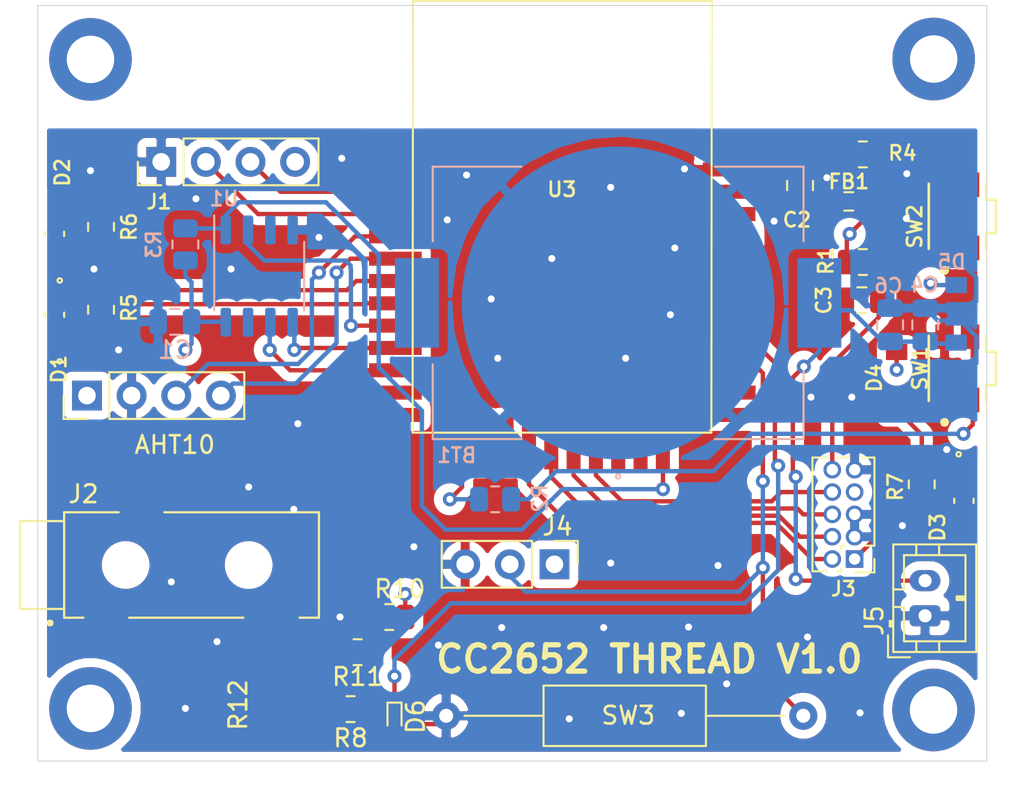
<source format=kicad_pcb>
(kicad_pcb (version 20211014) (generator pcbnew)
  (layers (0 "F.Cu" signal) (1 "In1.Cu" signal) (2 "In2.Cu" signal) (31 "B.Cu" signal) (34 "B.Paste" user) (35 "F.Paste" user) (36 "B.SilkS" user "B.Silkscreen") (37 "F.SilkS" user "F.Silkscreen") (38 "B.Mask" user) (39 "F.Mask" user) (44 "Edge.Cuts" user))
  (net 0 "")
  (net 1 "/XDS_RESET")
  (net 2 "GND")
  (net 3 "Net-(C2-Pad1)")
  (net 4 "Net-(R2-Pad2)")
  (net 5 "/SPI_SCLK")
  (net 6 "/SPI_MOSI")
  (net 7 "/XDS-TMS")
  (net 8 "/SPI_MISO")
  (net 9 "/FLASH_CS")
  (net 10 "/GLED")
  (net 11 "/XDS_TCK")
  (net 12 "/XDS_TDI")
  (net 13 "/SDA")
  (net 14 "/SCL")
  (net 15 "/UART_TXD")
  (net 16 "/UART_RXD")
  (net 17 "VDD")
  (net 18 "Net-(R2-Pad1)")
  (net 19 "Net-(R4-Pad1)")
  (net 20 "Net-(D1-Pad2)")
  (net 21 "Net-(D2-Pad2)")
  (net 22 "Net-(D3-Pad2)")
  (net 23 "VCC")
  (net 24 "/XDS_TDO")
  (net 25 "/DIO_23")
  (net 26 "/DIO_24")
  (net 27 "Net-(J2-Pad1)")
  (net 28 "Net-(J2-Pad2)")
  (net 29 "/VBAT")
  (net 30 "/BLED")
  (footprint "daughter_board:rf_star_cc2652" (layer "F.Cu") (at 132.08 102.87)
    (fp_text reference "U3" (at 0.74 -1.4) (layer "F.SilkS") (effects (font (size 0.82 0.82))))
    (fp_text value "CC2652")
    (pad "1" smd rect locked (at -8.73 -3.81 270) (size 0.8 3) (layers "F.Cu" "F.Paste" "F.Mask"))
    (pad "2" smd rect locked (at -8.73 -2.54 270) (size 0.8 3) (layers "F.Cu" "F.Paste" "F.Mask"))
    (pad "3" smd rect locked (at -8.73 -1.27 270) (size 0.8 3) (layers "F.Cu" "F.Paste" "F.Mask") (net 16 "/UART_RXD"))
    (pad "4" smd rect locked (at -8.73 0 270) (size 0.8 3) (layers "F.Cu" "F.Paste" "F.Mask") (net 15 "/UART_TXD"))
    (pad "5" smd rect locked (at -8.73 1.27 270) (size 0.8 3) (layers "F.Cu" "F.Paste" "F.Mask") (net 14 "/SCL"))
    (pad "6" smd rect locked (at -8.73 2.54 270) (size 0.8 3) (layers "F.Cu" "F.Paste" "F.Mask") (net 13 "/SDA"))
    (pad "7" smd rect locked (at -8.73 3.81 270) (size 0.8 3) (layers "F.Cu" "F.Paste" "F.Mask") (net 30 "/BLED"))
    (pad "8" smd rect locked (at -8.73 5.08 270) (size 0.8 3) (layers "F.Cu" "F.Paste" "F.Mask") (net 10 "/GLED"))
    (pad "9" smd rect locked (at -8.73 6.35 270) (size 0.8 3) (layers "F.Cu" "F.Paste" "F.Mask") (net 8 "/SPI_MISO"))
    (pad "10" smd rect locked (at -8.73 7.62 270) (size 0.8 3) (layers "F.Cu" "F.Paste" "F.Mask") (net 6 "/SPI_MOSI"))
    (pad "11" smd rect locked (at -8.73 8.89 270) (size 0.8 3) (layers "F.Cu" "F.Paste" "F.Mask") (net 5 "/SPI_SCLK"))
    (pad "12" smd rect locked (at -8.73 10.16 270) (size 0.8 3) (layers "F.Cu" "F.Paste" "F.Mask"))
    (pad "13" smd rect locked (at -8.73 11.43 270) (size 0.8 3) (layers "F.Cu" "F.Paste" "F.Mask"))
    (pad "14" smd rect locked (at -4.94 13.03 180) (size 0.8 3) (layers "F.Cu" "F.Paste" "F.Mask") (net 4 "Net-(R2-Pad2)"))
    (pad "15" smd rect locked (at -3.67 13.03 180) (size 0.8 3) (layers "F.Cu" "F.Paste" "F.Mask"))
    (pad "16" smd rect locked (at -2.4 13.03 180) (size 0.8 3) (layers "F.Cu" "F.Paste" "F.Mask"))
    (pad "17" smd rect locked (at -1.13 13.03 180) (size 0.8 3) (layers "F.Cu" "F.Paste" "F.Mask") (net 7 "/XDS-TMS"))
    (pad "18" smd rect locked (at 0.14 13.03 180) (size 0.8 3) (layers "F.Cu" "F.Paste" "F.Mask") (net 11 "/XDS_TCK"))
    (pad "19" smd rect locked (at 1.41 13.03 180) (size 0.8 3) (layers "F.Cu" "F.Paste" "F.Mask") (net 24 "/XDS_TDO"))
    (pad "20" smd rect locked (at 2.68 13.03 180) (size 0.8 3) (layers "F.Cu" "F.Paste" "F.Mask") (net 12 "/XDS_TDI"))
    (pad "21" smd rect locked (at 3.95 13.03 180) (size 0.8 3) (layers "F.Cu" "F.Paste" "F.Mask"))
    (pad "22" smd rect locked (at 5.22 13.03 180) (size 0.8 3) (layers "F.Cu" "F.Paste" "F.Mask"))
    (pad "23" smd rect locked (at 6.49 13.03 180) (size 0.8 3) (layers "F.Cu" "F.Paste" "F.Mask") (net 9 "/FLASH_CS"))
    (pad "24" smd rect locked (at 10.27 11.43 270) (size 0.8 3) (layers "F.Cu" "F.Paste" "F.Mask"))
    (pad "25" smd rect locked (at 10.27 10.16 270) (size 0.8 3) (layers "F.Cu" "F.Paste" "F.Mask"))
    (pad "26" smd rect locked (at 10.27 8.89 270) (size 0.8 3) (layers "F.Cu" "F.Paste" "F.Mask") (net 25 "/DIO_23"))
    (pad "27" smd rect locked (at 10.26 7.62 270) (size 0.8 3) (layers "F.Cu" "F.Paste" "F.Mask") (net 26 "/DIO_24"))
    (pad "28" smd rect locked (at 10.26 6.35 270) (size 0.8 3) (layers "F.Cu" "F.Paste" "F.Mask"))
    (pad "29" smd rect locked (at 10.26 5.08 270) (size 0.8 3) (layers "F.Cu" "F.Paste" "F.Mask"))
    (pad "30" smd rect locked (at 10.26 3.81 270) (size 0.8 3) (layers "F.Cu" "F.Paste" "F.Mask"))
    (pad "31" smd rect locked (at 10.26 2.54 270) (size 0.8 3) (layers "F.Cu" "F.Paste" "F.Mask"))
    (pad "32" smd rect locked (at 10.26 1.27 270) (size 0.8 3) (layers "F.Cu" "F.Paste" "F.Mask"))
    (pad "33" smd rect locked (at 10.26 0 270) (size 0.8 3) (layers "F.Cu" "F.Paste" "F.Mask"))
    (pad "34" smd rect locked (at 10.26 -1.27 270) (size 0.8 3) (layers "F.Cu" "F.Paste" "F.Mask") (net 3 "Net-(C2-Pad1)"))
    (pad "35" smd rect locked (at 10.26 -2.54 270) (size 0.8 3) (layers "F.Cu" "F.Paste" "F.Mask") (net 2 "GND"))
    (pad "36" smd rect locked (at 10.26 -3.81 270) (size 0.8 3) (layers "F.Cu" "F.Paste" "F.Mask") (net 1 "/XDS_RESET"))
  )
  (footprint "Capacitor_SMD:C_0805_2012Metric" (layer "F.Cu") (at 146.375 101.25 90)
    (fp_text reference "C2" (at -1.95 -0.175 180) (layer "F.SilkS") (effects (font (size 0.82 0.82))))
    (fp_text value "100n")
    (pad "1" smd roundrect locked (at -0.95 0 90) (size 1 1.45) (layers "F.Cu" "F.Paste" "F.Mask") (net 3 "Net-(C2-Pad1)"))
    (pad "2" smd roundrect locked (at 0.95 0 90) (size 1 1.45) (layers "F.Cu" "F.Paste" "F.Mask") (net 2 "GND"))
  )
  (footprint "daughter_board:Lite-On-LTST-S220KRKT-0-0-0" (layer "F.Cu") (at 104 108.6 90)
    (fp_text reference "D1" (at -4 0.2 90) (layer "F.SilkS") (effects (font (size 0.82 0.82)) (justify left)))
    (fp_text value "LED" hide)
    (pad "1" smd rect locked (at -1.25 0.25 90) (size 1.5 1) (layers "F.Cu" "F.Paste" "F.Mask") (net 2 "GND"))
    (pad "2" smd rect locked (at 1.25 0.25 90) (size 1.5 1) (layers "F.Cu" "F.Paste" "F.Mask") (net 20 "Net-(D1-Pad2)"))
  )
  (footprint "daughter_board:Lite-On-LTST-S220KRKT-0-0-0" (layer "F.Cu") (at 104 104 90)
    (fp_text reference "D2" (at 2.6 0.4 90) (layer "F.SilkS") (effects (font (size 0.82 0.82)) (justify left)))
    (fp_text value "LED" hide)
    (pad "1" smd rect locked (at -1.25 0.25 90) (size 1.5 1) (layers "F.Cu" "F.Paste" "F.Mask") (net 2 "GND"))
    (pad "2" smd rect locked (at 1.25 0.25 90) (size 1.5 1) (layers "F.Cu" "F.Paste" "F.Mask") (net 21 "Net-(D2-Pad2)"))
  )
  (footprint "daughter_board:SOD-123FL" (layer "F.Cu") (at 151.87 112.36 -90)
    (fp_text reference "D4" (at -0.16 1.27 -90) (layer "F.SilkS") (effects (font (size 0.82 0.82))))
    (fp_text value "DIODE" hide)
    (pad "1" smd rect locked (at 1.6383 0 270) (size 0.9144 1.2192) (layers "F.Cu" "F.Paste" "F.Mask") (net 23 "VCC"))
    (pad "2" smd rect locked (at -1.6383 0 270) (size 0.9144 1.2192) (layers "F.Cu" "F.Paste" "F.Mask") (net 17 "VDD"))
  )
  (footprint "Resistor_SMD:R_0603_1608Metric_Pad0.98x0.95mm_HandSolder" (layer "F.Cu") (at 149.15 102.15 180)
    (fp_text reference "FB1" (at 0 1.125) (layer "F.SilkS") (effects (font (size 0.82 0.82))))
    (fp_text value "BLM18HE152SN1D")
    (pad "1" smd roundrect locked (at -0.9125 0 180) (size 0.975 0.95) (layers "F.Cu" "F.Paste" "F.Mask") (net 17 "VDD"))
    (pad "2" smd roundrect locked (at 0.9125 0 180) (size 0.975 0.95) (layers "F.Cu" "F.Paste" "F.Mask") (net 3 "Net-(C2-Pad1)"))
  )
  (footprint "Resistor_SMD:R_0805_2012Metric" (layer "F.Cu") (at 106.6 108.3125 -90)
    (fp_text reference "R5" (at -0.1125 -1.6 90) (layer "F.SilkS") (effects (font (size 0.82 0.82))))
    (fp_text value "150")
    (pad "1" smd roundrect locked (at -0.9125 0 270) (size 1.025 1.4) (layers "F.Cu" "F.Paste" "F.Mask") (roundrect_rratio 0.2439004878) (net 20 "Net-(D1-Pad2)"))
    (pad "2" smd roundrect locked (at 0.9125 0 270) (size 1.025 1.4) (layers "F.Cu" "F.Paste" "F.Mask") (roundrect_rratio 0.2439004878) (net 10 "/GLED"))
  )
  (footprint "Resistor_SMD:R_0805_2012Metric" (layer "F.Cu") (at 106.6 103.6 90)
    (fp_text reference "R6" (at 0 1.6 90) (layer "F.SilkS") (effects (font (size 0.82 0.82))))
    (fp_text value "150")
    (pad "1" smd roundrect locked (at -0.9125 0 90) (size 1.025 1.4) (layers "F.Cu" "F.Paste" "F.Mask") (roundrect_rratio 0.2439004878) (net 21 "Net-(D2-Pad2)"))
    (pad "2" smd roundrect locked (at 0.9125 0 90) (size 1.025 1.4) (layers "F.Cu" "F.Paste" "F.Mask") (roundrect_rratio 0.2439004878) (net 30 "/BLED"))
  )
  (footprint "Resistor_SMD:R_0805_2012Metric" (layer "F.Cu") (at 153.3 118.25 90)
    (fp_text reference "R7" (at -0.15 -1.5 90) (layer "F.SilkS") (effects (font (size 0.82 0.82))))
    (fp_text value "150")
    (pad "1" smd roundrect locked (at -0.9125 0 90) (size 1.025 1.4) (layers "F.Cu" "F.Paste" "F.Mask") (roundrect_rratio 0.2439004878) (net 22 "Net-(D3-Pad2)"))
    (pad "2" smd roundrect locked (at 0.9125 0 90) (size 1.025 1.4) (layers "F.Cu" "F.Paste" "F.Mask") (roundrect_rratio 0.2439004878) (net 23 "VCC"))
  )
  (footprint "Connector_PinHeader_2.54mm:PinHeader_1x04_P2.54mm_Vertical" (layer "F.Cu") (at 105.8 113.2 90)
    (fp_text reference "AHT10" (at -2.8 5 180) (layer "F.SilkS"))
    (fp_text value "Conn_01x04")
    (pad "1" thru_hole rect locked (at 0 0 90) (size 1.7 1.7) (drill 1) (layers *.Cu *.Mask) (net 17 "VDD"))
    (pad "2" thru_hole oval locked (at 0 2.54 90) (size 1.7 1.7) (drill 1) (layers *.Cu *.Mask) (net 2 "GND"))
    (pad "3" thru_hole oval locked (at 0 5.08 90) (size 1.7 1.7) (drill 1) (layers *.Cu *.Mask) (net 14 "/SCL"))
    (pad "4" thru_hole oval locked (at 0 7.62 90) (size 1.7 1.7) (drill 1) (layers *.Cu *.Mask) (net 13 "/SDA"))
  )
  (footprint "Connector_PinHeader_2.54mm:PinHeader_1x04_P2.54mm_Vertical" (layer "F.Cu") (at 110.025 99.9 90)
    (fp_text reference "J1" (at -2.275 -0.125 180) (layer "F.SilkS") (effects (font (size 0.82 0.82))))
    (fp_text value "Conn_01x04")
    (pad "1" thru_hole rect locked (at 0 0 90) (size 1.7 1.7) (drill 1) (layers *.Cu *.Mask) (net 2 "GND"))
    (pad "2" thru_hole oval locked (at 0 2.54 90) (size 1.7 1.7) (drill 1) (layers *.Cu *.Mask) (net 15 "/UART_TXD"))
    (pad "3" thru_hole oval locked (at 0 5.08 90) (size 1.7 1.7) (drill 1) (layers *.Cu *.Mask) (net 16 "/UART_RXD"))
    (pad "4" thru_hole oval locked (at 0 7.62 90) (size 1.7 1.7) (drill 1) (layers *.Cu *.Mask) (net 17 "VDD"))
  )
  (footprint "Capacitor_SMD:C_0805_2012Metric" (layer "F.Cu") (at 149.9 107.775 180)
    (fp_text reference "C3" (at 2.175 0 90) (layer "F.SilkS") (effects (font (size 0.82 0.82))))
    (fp_text value "100n")
    (pad "1" smd roundrect locked (at -0.95 0 180) (size 1 1.45) (layers "F.Cu" "F.Paste" "F.Mask") (net 1 "/XDS_RESET"))
    (pad "2" smd roundrect locked (at 0.95 0 180) (size 1 1.45) (layers "F.Cu" "F.Paste" "F.Mask") (net 2 "GND"))
  )
  (footprint "Resistor_SMD:R_0805_2012Metric" (layer "F.Cu") (at 149.95 105.6 180)
    (fp_text reference "R1" (at 2.1 0.075 90) (layer "F.SilkS") (effects (font (size 0.82 0.82))))
    (fp_text value "10k")
    (pad "1" smd roundrect locked (at -0.9125 0 180) (size 1.025 1.4) (layers "F.Cu" "F.Paste" "F.Mask") (roundrect_rratio 0.2439004878) (net 1 "/XDS_RESET"))
    (pad "2" smd roundrect locked (at 0.9125 0 180) (size 1.025 1.4) (layers "F.Cu" "F.Paste" "F.Mask") (roundrect_rratio 0.2439004878) (net 17 "VDD"))
  )
  (footprint "Resistor_SMD:R_0805_2012Metric" (layer "F.Cu") (at 149.95 99.475 180)
    (fp_text reference "R4" (at -2.25 0.075 180) (layer "F.SilkS") (effects (font (size 0.82 0.82))))
    (fp_text value "100")
    (pad "1" smd roundrect locked (at -0.9125 0 180) (size 1.025 1.4) (layers "F.Cu" "F.Paste" "F.Mask") (roundrect_rratio 0.2439004878) (net 19 "Net-(R4-Pad1)"))
    (pad "2" smd roundrect locked (at 0.9125 0 180) (size 1.025 1.4) (layers "F.Cu" "F.Paste" "F.Mask") (roundrect_rratio 0.2439004878) (net 1 "/XDS_RESET"))
  )
  (footprint "daughter_board:Panasonic-EVQ-P7A01P-0-0-MFG" (layer "F.Cu") (at 155.65 111.65 90)
    (fp_text reference "SW1" (at -1.35 -2.45 90) (layer "F.SilkS") (effects (font (size 0.82 0.82)) (justify left)))
    (fp_text value "EVQ-P7A01P-switch2" hide)
    (pad "1" smd rect locked (at -1.8 -1.05 90) (size 1.4 1.05) (layers "F.Cu" "F.Paste" "F.Mask") (net 2 "GND"))
    (pad "1'" smd rect locked (at 1.8 -1.05 90) (size 1.4 1.05) (layers "F.Cu" "F.Paste" "F.Mask") (net 2 "GND"))
    (pad "2" smd rect locked (at -1.8 0.4 90) (size 1.4 1.05) (layers "F.Cu" "F.Paste" "F.Mask") (net 18 "Net-(R2-Pad1)"))
    (pad "2'" smd rect locked (at 1.8 0.4 90) (size 1.4 1.05) (layers "F.Cu" "F.Paste" "F.Mask") (net 18 "Net-(R2-Pad1)"))
  )
  (footprint "daughter_board:Panasonic-EVQ-P7A01P-0-0-MFG" (layer "F.Cu") (at 155.65 103 90)
    (fp_text reference "SW2" (at -1.925 -2.75 90) (layer "F.SilkS") (effects (font (size 0.82 0.82)) (justify left)))
    (fp_text value "EVQ-P7A01P-switch2" hide)
    (pad "1" smd rect locked (at -1.8 -1.05 90) (size 1.4 1.05) (layers "F.Cu" "F.Paste" "F.Mask") (net 2 "GND"))
    (pad "1'" smd rect locked (at 1.8 -1.05 90) (size 1.4 1.05) (layers "F.Cu" "F.Paste" "F.Mask") (net 2 "GND"))
    (pad "2" smd rect locked (at -1.8 0.4 90) (size 1.4 1.05) (layers "F.Cu" "F.Paste" "F.Mask") (net 19 "Net-(R4-Pad1)"))
    (pad "2'" smd rect locked (at 1.8 0.4 90) (size 1.4 1.05) (layers "F.Cu" "F.Paste" "F.Mask") (net 19 "Net-(R4-Pad1)"))
  )
  (footprint "Connector_PinHeader_2.54mm:PinHeader_1x03_P2.54mm_Vertical" (layer "F.Cu") (at 132.4 122.8 -90)
    (fp_text reference "J4" (at -2.15 -0.17 180) (layer "F.SilkS"))
    (fp_text value "Conn_01x03")
    (pad "1" thru_hole rect locked (at 0 0 270) (size 1.7 1.7) (drill 1) (layers *.Cu *.Mask) (net 17 "VDD"))
    (pad "2" thru_hole oval locked (at 0 2.54 270) (size 1.7 1.7) (drill 1) (layers *.Cu *.Mask) (net 25 "/DIO_23"))
    (pad "3" thru_hole oval locked (at 0 5.08 270) (size 1.7 1.7) (drill 1) (layers *.Cu *.Mask) (net 2 "GND"))
  )
  (footprint "Resistor_SMD:R_0805_2012Metric" (layer "F.Cu") (at 123 125.8 180)
    (fp_text reference "R10" (at -0.6 1.6) (layer "F.SilkS"))
    (fp_text value "470k")
    (pad "1" smd roundrect locked (at -0.9125 0 180) (size 1.025 1.4) (layers "F.Cu" "F.Paste" "F.Mask") (roundrect_rratio 0.2439014634) (net 17 "VDD"))
    (pad "2" smd roundrect locked (at 0.9125 0 180) (size 1.025 1.4) (layers "F.Cu" "F.Paste" "F.Mask") (roundrect_rratio 0.2439014634) (net 27 "Net-(J2-Pad1)"))
  )
  (footprint "Resistor_SMD:R_0805_2012Metric" (layer "F.Cu") (at 121.2 127.8 180)
    (fp_text reference "R11" (at 0 -1.4) (layer "F.SilkS"))
    (fp_text value "470k")
    (pad "1" smd roundrect locked (at -0.9125 0 180) (size 1.025 1.4) (layers "F.Cu" "F.Paste" "F.Mask") (roundrect_rratio 0.2439014634) (net 27 "Net-(J2-Pad1)"))
    (pad "2" smd roundrect locked (at 0.9125 0 180) (size 1.025 1.4) (layers "F.Cu" "F.Paste" "F.Mask") (roundrect_rratio 0.2439014634) (net 2 "GND"))
  )
  (footprint "daughter_board:RESC1633X60N" (layer "F.Cu") (at 116.8 130.82 180)
    (fp_text reference "R12" (at 2.4 0.02 90) (layer "F.SilkS"))
    (fp_text value "18")
    (pad "1" smd rect locked (at -0.765 0 180) (size 0.99 3.61) (layers "F.Cu" "F.Paste" "F.Mask") (net 28 "Net-(J2-Pad2)"))
    (pad "2" smd rect locked (at 0.765 0 180) (size 0.99 3.61) (layers "F.Cu" "F.Paste" "F.Mask") (net 27 "Net-(J2-Pad1)"))
  )
  (footprint "Resistor_THT:R_Axial_DIN0309_L9.0mm_D3.2mm_P20.32mm_Horizontal" (layer "F.Cu") (at 146.56 131.42 180)
    (fp_text reference "SW3" (at 9.96 0.02) (layer "F.SilkS"))
    (fp_text value "SW_Reed_Opener")
    (pad "1" thru_hole circle locked (at 0 0 180) (size 1.6 1.6) (drill 0.8) (layers *.Cu *.Mask) (net 25 "/DIO_23"))
    (pad "2" thru_hole oval locked (at 20.32 0 180) (size 1.6 1.6) (drill 0.8) (layers *.Cu *.Mask) (net 2 "GND"))
  )
  (footprint "Connector_PinHeader_1.27mm:PinHeader_2x05_P1.27mm_Vertical" (layer "F.Cu") (at 149.48 122.5 180)
    (fp_text reference "J3" (at 0.635 -1.695) (layer "F.SilkS") (effects (font (size 0.82 0.82))))
    (fp_text value "Conn_02x05_Odd_Even")
    (pad "1" thru_hole rect locked (at 0 0 180) (size 1 1) (drill 0.65) (layers *.Cu *.Mask) (net 23 "VCC"))
    (pad "2" thru_hole oval locked (at 1.27 0 180) (size 1 1) (drill 0.65) (layers *.Cu *.Mask) (net 7 "/XDS-TMS"))
    (pad "3" thru_hole oval locked (at 0 1.27 180) (size 1 1) (drill 0.65) (layers *.Cu *.Mask) (net 2 "GND"))
    (pad "4" thru_hole oval locked (at 1.27 1.27 180) (size 1 1) (drill 0.65) (layers *.Cu *.Mask) (net 11 "/XDS_TCK"))
    (pad "5" thru_hole oval locked (at 0 2.54 180) (size 1 1) (drill 0.65) (layers *.Cu *.Mask) (net 2 "GND"))
    (pad "6" thru_hole oval locked (at 1.27 2.54 180) (size 1 1) (drill 0.65) (layers *.Cu *.Mask) (net 24 "/XDS_TDO"))
    (pad "7" thru_hole oval locked (at 0 3.81 180) (size 1 1) (drill 0.65) (layers *.Cu *.Mask))
    (pad "8" thru_hole oval locked (at 1.27 3.81 180) (size 1 1) (drill 0.65) (layers *.Cu *.Mask) (net 12 "/XDS_TDI"))
    (pad "9" thru_hole oval locked (at 0 5.08 180) (size 1 1) (drill 0.65) (layers *.Cu *.Mask) (net 2 "GND"))
    (pad "10" thru_hole oval locked (at 1.27 5.08 180) (size 1 1) (drill 0.65) (layers *.Cu *.Mask) (net 1 "/XDS_RESET"))
  )
  (footprint "MountingHole:MountingHole_2.7mm_M2.5_DIN965_Pad" (layer "F.Cu") (at 106 94.07)
    (fp_text reference "H1" hide)
    (fp_text value "MountingHole")
    (pad "1" thru_hole circle locked (at 0 0) (size 4.7 4.7) (drill 2.7) (layers *.Cu *.Mask))
  )
  (footprint "MountingHole:MountingHole_2.7mm_M2.5_DIN965_Pad" (layer "F.Cu") (at 153.98 94.05)
    (fp_text reference "H2" hide)
    (fp_text value "MountingHole")
    (pad "1" thru_hole circle locked (at 0 0) (size 4.7 4.7) (drill 2.7) (layers *.Cu *.Mask))
  )
  (footprint "MountingHole:MountingHole_2.7mm_M2.5_DIN965_Pad" (layer "F.Cu") (at 106 131)
    (fp_text reference "H3" hide)
    (fp_text value "MountingHole")
    (pad "1" thru_hole circle locked (at 0 0) (size 4.7 4.7) (drill 2.7) (layers *.Cu *.Mask))
  )
  (footprint "MountingHole:MountingHole_2.7mm_M2.5_DIN965_Pad" (layer "F.Cu") (at 153.97 131.09)
    (fp_text reference "H4" hide)
    (fp_text value "MountingHole")
    (pad "1" thru_hole circle locked (at 0 0) (size 4.7 4.7) (drill 2.7) (layers *.Cu *.Mask))
  )
  (footprint "daughter_board:CUI_SJ-3524-SMT" (layer "F.Cu") (at 108 122.84)
    (fp_text reference "J2" (at -2.4 -4.04) (layer "F.SilkS") (effects (font (size 1.001693 1.001693))))
    (fp_text value "SJ1-3523N")
    (pad "" np_thru_hole circle locked (at 7 0) (size 1.7 1.7) (drill 1.7) (layers *.Cu *.Mask))
    (pad "" np_thru_hole circle locked (at 0 0) (size 1.7 1.7) (drill 1.7) (layers *.Cu *.Mask))
    (pad "1" smd rect locked (at -1.1 3.7) (size 2.2 2.8) (layers "F.Cu" "F.Paste" "F.Mask") (net 27 "Net-(J2-Pad1)"))
    (pad "2" smd rect locked (at 8.3 3.7) (size 2.8 2.8) (layers "F.Cu" "F.Paste" "F.Mask") (net 28 "Net-(J2-Pad2)"))
    (pad "3" smd rect locked (at 0.9 -3.7) (size 2.2 2.8) (layers "F.Cu" "F.Paste" "F.Mask"))
    (pad "4" smd rect locked (at 12.3 -0.75) (size 2.6 2.8) (layers "F.Cu" "F.Paste" "F.Mask"))
  )
  (footprint "Diode_SMD:D_SOD-923" (layer "F.Cu") (at 123.3 131.47 -90)
    (fp_text reference "D6" (at 0 -1.2 90) (layer "F.SilkS"))
    (fp_text value "D_Zener")
    (pad "1" smd rect locked (at -0.42 0 90) (size 0.36 0.25) (layers "F.Cu" "F.Paste" "F.Mask") (net 26 "/DIO_24"))
    (pad "2" smd rect locked (at 0.42 0 90) (size 0.36 0.25) (layers "F.Cu" "F.Paste" "F.Mask") (net 2 "GND"))
  )
  (footprint "Resistor_SMD:R_0805_2012Metric" (layer "F.Cu") (at 120.8 131.04 180)
    (fp_text reference "R8" (at 0 -1.65) (layer "F.SilkS"))
    (fp_text value "1k")
    (pad "1" smd roundrect locked (at -0.9125 0 180) (size 1.025 1.4) (layers "F.Cu" "F.Paste" "F.Mask") (roundrect_rratio 0.2439014634) (net 26 "/DIO_24"))
    (pad "2" smd roundrect locked (at 0.9125 0 180) (size 1.025 1.4) (layers "F.Cu" "F.Paste" "F.Mask") (roundrect_rratio 0.2439014634) (net 28 "Net-(J2-Pad2)"))
  )
  (footprint "Connector_JST:JST_PH_B2B-PH-K_1x02_P2.00mm_Vertical" (layer "F.Cu") (at 153.49 125.73 90)
    (fp_text reference "J5" (at -0.27 -2.89 270) (layer "F.SilkS"))
    (fp_text value "Conn_01x02")
    (pad "1" thru_hole roundrect locked (at 0 0 90) (size 1.2 1.75) (drill 0.75) (layers *.Cu *.Mask) (roundrect_rratio 0.2083325) (net 2 "GND"))
    (pad "2" thru_hole oval locked (at 2 0 90) (size 1.2 1.75) (drill 0.75) (layers *.Cu *.Mask) (net 29 "/VBAT"))
  )
  (footprint "daughter_board:Lite-On-LTST-S220KRKT-0-0-0" (layer "F.Cu") (at 155.65 119.19 -90)
    (fp_text reference "D3" (at 2.41 1.45 90) (layer "F.SilkS") (effects (font (size 0.82 0.82)) (justify left)))
    (fp_text value "LED" hide)
    (pad "1" smd rect locked (at -1.25 0.25 270) (size 1.5 1) (layers "F.Cu" "F.Paste" "F.Mask") (net 2 "GND"))
    (pad "2" smd rect locked (at 1.25 0.25 270) (size 1.5 1) (layers "F.Cu" "F.Paste" "F.Mask") (net 22 "Net-(D3-Pad2)"))
  )
  (footprint "daughter_board:SOD-123FL" (layer "B.Cu") (at 155.25 108.55 -90)
    (fp_text reference "D5" (at -2.95 0.25) (layer "B.SilkS") (effects (font (size 0.82 0.82)) (justify mirror)))
    (fp_text value "DIODE")
    (pad "1" smd rect locked (at 1.6383 0 270) (size 0.9144 1.2192) (layers "B.Cu" "B.Paste" "B.Mask") (net 29 "/VBAT"))
    (pad "2" smd rect locked (at -1.6383 0 270) (size 0.9144 1.2192) (layers "B.Cu" "B.Paste" "B.Mask") (net 17 "VDD"))
  )
  (footprint "Resistor_SMD:R_0805_2012Metric" (layer "B.Cu") (at 129.025 119.1 180)
    (fp_text reference "R2" (at -2.55 0.05 90) (layer "B.SilkS") (effects (font (size 0.82 0.82)) (justify mirror)))
    (fp_text value "100")
    (pad "1" smd roundrect locked (at -0.9125 0 180) (size 1.025 1.4) (layers "B.Cu" "B.Paste" "B.Mask") (roundrect_rratio 0.2439004878) (net 18 "Net-(R2-Pad1)"))
    (pad "2" smd roundrect locked (at 0.9125 0 180) (size 1.025 1.4) (layers "B.Cu" "B.Paste" "B.Mask") (roundrect_rratio 0.2439004878) (net 4 "Net-(R2-Pad2)"))
  )
  (footprint "daughter_board:Linx-BAT-HLD-001-0" (layer "B.Cu") (at 136.025 107.925)
    (fp_text reference "BT1" (at -10.4 8.675) (layer "B.SilkS") (effects (font (size 0.82 0.82)) (justify right mirror)))
    (fp_text value "BAT-HLD-001" hide)
    (pad "1" smd circle locked (at 0 0) (size 17.8 17.8) (layers "B.Cu" "B.Paste" "B.Mask") (net 2 "GND"))
    (pad "2" smd rect locked (at -11.45 0) (size 2.5 5.1) (layers "B.Cu" "B.Paste" "B.Mask") (net 29 "/VBAT"))
    (pad "2" smd rect locked (at 11.45 0) (size 2.5 5.1) (layers "B.Cu" "B.Paste" "B.Mask") (net 29 "/VBAT"))
  )
  (footprint "Package_SO:SOP-8_3.9x4.9mm_P1.27mm" (layer "B.Cu") (at 115.6 106.4 -90)
    (fp_text reference "U1" (at -4.4 2 180) (layer "B.SilkS") (effects (font (size 0.82 0.82)) (justify mirror)))
    (fp_text value "MX25R8035FM1IH1")
    (pad "1" smd roundrect locked (at -2.625 1.905 270) (size 1.65 0.6) (layers "B.Cu" "B.Paste" "B.Mask") (net 9 "/FLASH_CS"))
    (pad "2" smd roundrect locked (at -2.625 0.635 270) (size 1.65 0.6) (layers "B.Cu" "B.Paste" "B.Mask") (net 8 "/SPI_MISO"))
    (pad "3" smd roundrect locked (at -2.625 -0.635 270) (size 1.65 0.6) (layers "B.Cu" "B.Paste" "B.Mask"))
    (pad "4" smd roundrect locked (at -2.625 -1.905 270) (size 1.65 0.6) (layers "B.Cu" "B.Paste" "B.Mask") (net 2 "GND"))
    (pad "5" smd roundrect locked (at 2.625 -1.905 270) (size 1.65 0.6) (layers "B.Cu" "B.Paste" "B.Mask") (net 6 "/SPI_MOSI"))
    (pad "6" smd roundrect locked (at 2.625 -0.635 270) (size 1.65 0.6) (layers "B.Cu" "B.Paste" "B.Mask") (net 5 "/SPI_SCLK"))
    (pad "7" smd roundrect locked (at 2.625 0.635 270) (size 1.65 0.6) (layers "B.Cu" "B.Paste" "B.Mask"))
    (pad "8" smd roundrect locked (at 2.625 1.905 270) (size 1.65 0.6) (layers "B.Cu" "B.Paste" "B.Mask") (net 17 "VDD"))
  )
  (footprint "Resistor_SMD:R_0805_2012Metric" (layer "B.Cu") (at 111.4 104.6 90)
    (fp_text reference "R3" (at 0 -1.8 90) (layer "B.SilkS") (effects (font (size 0.82 0.82)) (justify mirror)))
    (fp_text value "2.2k")
    (pad "1" smd roundrect locked (at -0.9125 0 90) (size 1.025 1.4) (layers "B.Cu" "B.Paste" "B.Mask") (roundrect_rratio 0.2439004878) (net 17 "VDD"))
    (pad "2" smd roundrect locked (at 0.9125 0 90) (size 1.025 1.4) (layers "B.Cu" "B.Paste" "B.Mask") (roundrect_rratio 0.2439004878) (net 9 "/FLASH_CS"))
  )
  (footprint "Capacitor_SMD:C_0805_2012Metric" (layer "B.Cu") (at 153.5 109.175 90)
    (fp_text reference "C4" (at 2.275 -0.05 180) (layer "B.SilkS") (effects (font (size 0.82 0.82)) (justify mirror)))
    (fp_text value "1u")
    (pad "1" smd roundrect locked (at -0.95 0 90) (size 1 1.45) (layers "B.Cu" "B.Paste" "B.Mask") (net 29 "/VBAT"))
    (pad "2" smd roundrect locked (at 0.95 0 90) (size 1 1.45) (layers "B.Cu" "B.Paste" "B.Mask") (net 2 "GND"))
  )
  (footprint "Capacitor_SMD:C_0805_2012Metric" (layer "B.Cu") (at 110.8 109 180)
    (fp_text reference "C1" (at 0 -1.6) (layer "B.SilkS") (effects (justify mirror)))
    (fp_text value "100n")
    (pad "1" smd roundrect locked (at -0.95 0 180) (size 1 1.45) (layers "B.Cu" "B.Paste" "B.Mask") (net 17 "VDD"))
    (pad "2" smd roundrect locked (at 0.95 0 180) (size 1 1.45) (layers "B.Cu" "B.Paste" "B.Mask") (net 2 "GND"))
  )
  (footprint "Capacitor_SMD:C_0805_2012Metric" (layer "B.Cu") (at 151.5 109.175 90)
    (fp_text reference "C6" (at 2.225 -0.1 180) (layer "B.SilkS") (effects (font (size 0.82 0.82)) (justify mirror)))
    (fp_text value "100n")
    (pad "1" smd roundrect locked (at -0.95 0 90) (size 1 1.45) (layers "B.Cu" "B.Paste" "B.Mask") (net 29 "/VBAT"))
    (pad "2" smd roundrect locked (at 0.95 0 90) (size 1 1.45) (layers "B.Cu" "B.Paste" "B.Mask") (net 2 "GND"))
  )
  (gr_line (start 103 91) (end 103 134) (layer "Edge.Cuts") (width 0.05))
  (gr_line (start 157 91) (end 103 91) (layer "Edge.Cuts") (width 0.05))
  (gr_line (start 157 134) (end 157 91) (layer "Edge.Cuts") (width 0.05))
  (gr_line (start 103 134) (end 157 134) (layer "Edge.Cuts") (width 0.05))
  (gr_text "CC2652 THREAD V1.0" (at 137.8 128.2) (layer "F.SilkS") (effects (font (size 1.5 1.5) (thickness 0.3))))
  (segment (start 150.875 102.175) (end 150.8625 102.1875) (width 0.25) (layer "F.Cu") (net 1))
  (segment (start 150.3 100.95) (end 150.875 101.525) (width 0.25) (layer "F.Cu") (net 1))
  (segment (start 149.0375 99.475) (end 149.0375 100.0875) (width 0.25) (layer "F.Cu") (net 1))
  (segment (start 148.6225 99.06) (end 149.0375 99.475) (width 0.25) (layer "F.Cu") (net 1))
  (segment (start 150.8625 107.7625) (end 150.85 107.775) (width 0.25) (layer "F.Cu") (net 1))
  (segment (start 150.85 108.75) (end 150.85 107.775) (width 0.25) (layer "F.Cu") (net 1))
  (segment (start 150.8625 102.1875) (end 150.8625 105.6) (width 0.25) (layer "F.Cu") (net 1))
  (segment (start 148.21 117.42) (end 148.21 111.39) (width 0.25) (layer "F.Cu") (net 1))
  (segment (start 150.8625 105.6) (end 150.8625 107.7625) (width 0.25) (layer "F.Cu") (net 1))
  (segment (start 150.875 101.525) (end 150.875 102.175) (width 0.25) (layer "F.Cu") (net 1))
  (segment (start 148.21 111.39) (end 150.85 108.75) (width 0.25) (layer "F.Cu") (net 1))
  (segment (start 142.34 99.06) (end 148.6225 99.06) (width 0.25) (layer "F.Cu") (net 1))
  (segment (start 149.9 100.95) (end 150.3 100.95) (width 0.25) (layer "F.Cu") (net 1))
  (segment (start 149.0375 100.0875) (end 149.9 100.95) (width 0.25) (layer "F.Cu") (net 1))
  (segment (start 144.95 103.025) (end 144.95 103.225) (width 0.25) (layer "F.Cu") (net 2))
  (segment (start 152.375 103.175) (end 152.425 103.125) (width 0.25) (layer "F.Cu") (net 2))
  (segment (start 123.3 131.89) (end 125.77 131.89) (width 0.25) (layer "F.Cu") (net 2))
  (segment (start 152.35 103.175) (end 152.375 103.175) (width 0.25) (layer "F.Cu") (net 2))
  (segment (start 125.77 131.89) (end 126.24 131.42) (width 0.25) (layer "F.Cu") (net 2))
  (segment (start 142.34 100.33) (end 146.345 100.33) (width 0.25) (layer "F.Cu") (net 2))
  (segment (start 144.95 103.225) (end 144.9 103.275) (width 0.25) (layer "F.Cu") (net 2))
  (via locked (at 152.45 100.575) (size 0.8) (drill 0.4) (layers "F.Cu" "B.Cu") (net 2))
  (via locked (at 139 108.6) (size 0.8) (drill 0.4) (layers "F.Cu" "B.Cu") (net 2))
  (via locked (at 128.8 107.7) (size 0.8) (drill 0.4) (layers "F.Cu" "B.Cu") (net 2))
  (via locked (at 126.3 103.2) (size 0.8) (drill 0.4) (layers "F.Cu" "B.Cu") (net 2))
  (via locked (at 120.3 99.7) (size 0.8) (drill 0.4) (layers "F.Cu" "B.Cu") (net 2))
  (via locked (at 147.9 100.8) (size 0.8) (drill 0.4) (layers "F.Cu" "B.Cu") (net 2))
  (via locked (at 139.8 100.3) (size 0.8) (drill 0.4) (layers "F.Cu" "B.Cu") (net 2))
  (via locked (at 110.6 123.8) (size 0.8) (drill 0.4) (layers "F.Cu" "B.Cu") (net 2))
  (via locked (at 117.57 119.67) (size 0.8) (drill 0.4) (layers "F.Cu" "B.Cu") (net 2))
  (via locked (at 112 102) (size 0.8) (drill 0.4) (layers "F.Cu" "B.Cu") (net 2))
  (via locked (at 142.2 129.6) (size 0.8) (drill 0.4) (layers "F.Cu" "B.Cu") (net 2))
  (via locked (at 135.2 126.4) (size 0.8) (drill 0.4) (layers "F.Cu" "B.Cu") (net 2))
  (via locked (at 152.425 103.125) (size 0.8) (drill 0.4) (layers "F.Cu" "B.Cu") (net 2))
  (via locked (at 127.4 100.65) (size 0.8) (drill 0.4) (layers "F.Cu" "B.Cu") (net 2))
  (via locked (at 107.6 110.6) (size 0.8) (drill 0.4) (layers "F.Cu" "B.Cu") (net 2))
  (via locked (at 106 100.4) (size 0.8) (drill 0.4) (layers "F.Cu" "B.Cu") (net 2))
  (via locked (at 135.6 122.73) (size 0.8) (drill 0.4) (layers "F.Cu" "B.Cu") (net 2))
  (via locked (at 132.25 105.4) (size 0.8) (drill 0.4) (layers "F.Cu" "B.Cu") (net 2))
  (via locked (at 114 106) (size 0.8) (drill 0.4) (layers "F.Cu" "B.Cu") (net 2))
  (via locked (at 124.4 121.8) (size 0.8) (drill 0.4) (layers "F.Cu" "B.Cu") (net 2))
  (via locked (at 120.2 125.8) (size 0.8) (drill 0.4) (layers "F.Cu" "B.Cu") (net 2))
  (via locked (at 115 118.4) (size 0.8) (drill 0.4) (layers "F.Cu" "B.Cu") (net 2))
  (via locked (at 146.8 126.94) (size 0.8) (drill 0.4) (layers "F.Cu" "B.Cu") (net 2))
  (via locked (at 149.32 113.29) (size 0.8) (drill 0.4) (layers "F.Cu" "B.Cu") (net 2))
  (via locked (at 129.4 126.4) (size 0.8) (drill 0.4) (layers "F.Cu" "B.Cu") (net 2))
  (via locked (at 133.24 131.59) (size 0.8) (drill 0.4) (layers "F.Cu" "B.Cu") (net 2))
  (via locked (at 106.2 106) (size 0.8) (drill 0.4) (layers "F.Cu" "B.Cu") (net 2))
  (via locked (at 152.2 120.6) (size 0.8) (drill 0.4) (layers "F.Cu" "B.Cu") (net 2))
  (via locked (at 125.8 127.4) (size 0.8) (drill 0.4) (layers "F.Cu" "B.Cu") (net 2))
  (via locked (at 154.72 116.27) (size 0.8) (drill 0.4) (layers "F.Cu" "B.Cu") (net 2))
  (via locked (at 141.71 122.87) (size 0.8) (drill 0.4) (layers "F.Cu" "B.Cu") (net 2))
  (via locked (at 140.03 126.37) (size 0.8) (drill 0.4) (layers "F.Cu" "B.Cu") (net 2))
  (via locked (at 111.4 131) (size 0.8) (drill 0.4) (layers "F.Cu" "B.Cu") (net 2))
  (via locked (at 139.25 104.8) (size 0.8) (drill 0.4) (layers "F.Cu" "B.Cu") (net 2))
  (via locked (at 113.2 127.2) (size 0.8) (drill 0.4) (layers "F.Cu" "B.Cu") (net 2))
  (via locked (at 139.62 131.28) (size 0.8) (drill 0.4) (layers "F.Cu" "B.Cu") (net 2))
  (via locked (at 147 113.29) (size 0.8) (drill 0.4) (layers "F.Cu" "B.Cu") (net 2))
  (via locked (at 117.8 114.8) (size 0.8) (drill 0.4) (layers "F.Cu" "B.Cu") (net 2))
  (via locked (at 149.79 131.25) (size 0.8) (drill 0.4) (layers "F.Cu" "B.Cu") (net 2))
  (via locked (at 136.45 111.075) (size 0.8) (drill 0.4) (layers "F.Cu" "B.Cu") (net 2))
  (via locked (at 129.175 111.075) (size 0.8) (drill 0.4) (layers "F.Cu" "B.Cu") (net 2))
  (via locked (at 144.9 103.275) (size 0.8) (drill 0.4) (layers "F.Cu" "B.Cu") (net 2))
  (via locked (at 119 104.2) (size 0.8) (drill 0.4) (layers "F.Cu" "B.Cu") (net 2))
  (via locked (at 135.6 101.35) (size 0.8) (drill 0.4) (layers "F.Cu" "B.Cu") (net 2))
  (segment (start 154.205 108.93) (end 155.308802 108.93) (width 0.25) (layer "B.Cu") (net 2))
  (segment (start 155.308802 108.93) (end 155.5 108.93) (width 0.25) (layer "B.Cu") (net 2))
  (segment (start 156.41 111.35) (end 154.47 113.29) (width 0.25) (layer "B.Cu") (net 2))
  (segment (start 153.5 108.225) (end 154.205 108.93) (width 0.25) (layer "B.Cu") (net 2))
  (segment (start 155.308802 108.93) (end 156.4 107.838802) (width 0.25) (layer "B.Cu") (net 2))
  (segment (start 156.4 106.481898) (end 153.043102 103.125) (width 0.25) (layer "B.Cu") (net 2))
  (segment (start 156.41 109.84) (end 156.41 111.35) (width 0.25) (layer "B.Cu") (net 2))
  (segment (start 156.4 107.838802) (end 156.4 106.481898) (width 0.25) (layer "B.Cu") (net 2))
  (segment (start 135.3 107.925) (end 136.025 107.925) (width 0.25) (layer "B.Cu") (net 2))
  (segment (start 136.325 107.925) (end 136.025 107.925) (width 0.25) (layer "B.Cu") (net 2))
  (segment (start 154.47 113.29) (end 149.32 113.29) (width 0.25) (layer "B.Cu") (net 2))
  (segment (start 155.5 108.93) (end 156.41 109.84) (width 0.25) (layer "B.Cu") (net 2))
  (segment (start 153.043102 103.125) (end 152.425 103.125) (width 0.25) (layer "B.Cu") (net 2))
  (segment (start 146.575 102.15) (end 148.2375 102.15) (width 0.25) (layer "F.Cu") (net 3))
  (segment (start 146.025 101.6) (end 146.575 102.15) (width 0.25) (layer "F.Cu") (net 3))
  (segment (start 142.34 101.6) (end 146.025 101.6) (width 0.25) (layer "F.Cu") (net 3))
  (segment (start 127.14 115.9) (end 127.14 118.41) (width 0.25) (layer "F.Cu") (net 4))
  (segment (start 127.14 118.41) (end 126.45 119.1) (width 0.25) (layer "F.Cu") (net 4))
  (via (at 126.45 119.1) (size 0.8) (drill 0.4) (layers "F.Cu" "B.Cu") (net 4))
  (segment (start 128.1125 119.1) (end 126.45 119.1) (width 0.25) (layer "B.Cu") (net 4))
  (segment (start 117.36 111.76) (end 116.2 110.6) (width 0.25) (layer "F.Cu") (net 5))
  (segment (start 123.35 111.76) (end 117.36 111.76) (width 0.25) (layer "F.Cu") (net 5))
  (via (at 116.2 110.6) (size 0.8) (drill 0.4) (layers "F.Cu" "B.Cu") (net 5))
  (segment (start 116.2 110.6) (end 116.2 109.06) (width 0.25) (layer "B.Cu") (net 5))
  (segment (start 116.2 109.06) (end 116.235 109.025) (width 0.25) (layer "B.Cu") (net 5))
  (segment (start 123.35 110.49) (end 117.71 110.49) (width 0.25) (layer "F.Cu") (net 6))
  (segment (start 117.71 110.49) (end 117.6 110.6) (width 0.25) (layer "F.Cu") (net 6))
  (via (at 117.6 110.6) (size 0.8) (drill 0.4) (layers "F.Cu" "B.Cu") (net 6))
  (segment (start 117.6 109.12) (end 117.505 109.025) (width 0.25) (layer "B.Cu") (net 6))
  (segment (start 117.6 110.6) (end 117.6 109.12) (width 0.25) (layer "B.Cu") (net 6))
  (segment (start 147.06016 122.5) (end 148.21 122.5) (width 0.25) (layer "F.Cu") (net 7))
  (segment (start 130.95 115.9) (end 130.95 118.25) (width 0.25) (layer "F.Cu") (net 7))
  (segment (start 130.95 118.25) (end 133.145031 120.445031) (width 0.25) (layer "F.Cu") (net 7))
  (segment (start 133.145031 120.445031) (end 145.005191 120.445031) (width 0.25) (layer "F.Cu") (net 7))
  (segment (start 145.005191 120.445031) (end 147.06016 122.5) (width 0.25) (layer "F.Cu") (net 7))
  (segment (start 123.35 109.22) (end 120.82 109.22) (width 0.25) (layer "F.Cu") (net 8))
  (via (at 120.82 109.22) (size 0.8) (drill 0.4) (layers "F.Cu" "B.Cu") (net 8))
  (segment (start 120.514999 105.514999) (end 115.879999 105.514999) (width 0.25) (layer "B.Cu") (net 8))
  (segment (start 115.879999 105.514999) (end 114.965 104.6) (width 0.25) (layer "B.Cu") (net 8))
  (segment (start 114.965 104.365) (end 114.965 103.775) (width 0.25) (layer "B.Cu") (net 8))
  (segment (start 120.8 105.986198) (end 120.8 105.8) (width 0.25) (layer "B.Cu") (net 8))
  (segment (start 120.82 106.006198) (end 120.8 105.986198) (width 0.25) (layer "B.Cu") (net 8))
  (segment (start 120.82 109.22) (end 120.82 106.006198) (width 0.25) (layer "B.Cu") (net 8))
  (segment (start 120.8 105.8) (end 120.514999 105.514999) (width 0.25) (layer "B.Cu") (net 8))
  (segment (start 114.965 104.6) (end 114.965 103.775) (width 0.25) (layer "B.Cu") (net 8))
  (segment (start 138.575 118.525) (end 138.575 115.905) (width 0.25) (layer "F.Cu") (net 9))
  (segment (start 138.575 115.905) (end 138.57 115.9) (width 0.25) (layer "F.Cu") (net 9))
  (via (at 138.575 118.525) (size 0.8) (drill 0.4) (layers "F.Cu" "B.Cu") (net 9))
  (segment (start 122.4 105.186198) (end 119.813802 102.6) (width 0.25) (layer "B.Cu") (net 9))
  (segment (start 138.575 118.525) (end 132.85 118.525) (width 0.25) (layer "B.Cu") (net 9))
  (segment (start 111.4 103.6875) (end 113.6075 103.6875) (width 0.25) (layer "B.Cu") (net 9))
  (segment (start 126.2 120.825) (end 124.86 119.485) (width 0.25) (layer "B.Cu") (net 9))
  (segment (start 124.86 119.485) (end 124.86 114.06) (width 0.25) (layer "B.Cu") (net 9))
  (segment (start 130.55 120.825) (end 126.2 120.825) (width 0.25) (layer "B.Cu") (net 9))
  (segment (start 124.86 114.06) (end 122.4 111.6) (width 0.25) (layer "B.Cu") (net 9))
  (segment (start 119.4 102.2) (end 114.445 102.2) (width 0.25) (layer "B.Cu") (net 9))
  (segment (start 119.813802 102.6) (end 119.8 102.6) (width 0.25) (layer "B.Cu") (net 9))
  (segment (start 114.445 102.2) (end 113.695 102.95) (width 0.25) (layer "B.Cu") (net 9))
  (segment (start 113.6075 103.6875) (end 113.695 103.775) (width 0.25) (layer "B.Cu") (net 9))
  (segment (start 132.85 118.525) (end 130.55 120.825) (width 0.25) (layer "B.Cu") (net 9))
  (segment (start 119.8 102.6) (end 119.4 102.2) (width 0.25) (layer "B.Cu") (net 9))
  (segment (start 122.4 111.6) (end 122.4 105.186198) (width 0.25) (layer "B.Cu") (net 9))
  (segment (start 113.695 102.95) (end 113.695 103.775) (width 0.25) (layer "B.Cu") (net 9))
  (segment (start 107.825 108) (end 106.6 109.225) (width 0.25) (layer "F.Cu") (net 10))
  (segment (start 121.6 107.95) (end 121.55 108) (width 0.25) (layer "F.Cu") (net 10))
  (segment (start 121.55 108) (end 107.825 108) (width 0.25) (layer "F.Cu") (net 10))
  (segment (start 123.35 107.95) (end 121.6 107.95) (width 0.25) (layer "F.Cu") (net 10))
  (segment (start 146.37 121.23) (end 148.21 121.23) (width 0.25) (layer "F.Cu") (net 11))
  (segment (start 145.175021 120.035021) (end 146.37 121.23) (width 0.25) (layer "F.Cu") (net 11))
  (segment (start 132.22 115.9) (end 132.22 117.845) (width 0.25) (layer "F.Cu") (net 11))
  (segment (start 134.410021 120.035021) (end 145.175021 120.035021) (width 0.25) (layer "F.Cu") (net 11))
  (segment (start 132.22 117.845) (end 134.410021 120.035021) (width 0.25) (layer "F.Cu") (net 11))
  (segment (start 145.29 118.69) (end 148.21 118.69) (width 0.25) (layer "F.Cu") (net 12))
  (segment (start 134.76 117.735) (end 136.240001 119.215001) (width 0.25) (layer "F.Cu") (net 12))
  (segment (start 134.76 117.735) (end 134.76 115.9) (width 0.25) (layer "F.Cu") (net 12))
  (segment (start 136.240001 119.215001) (end 144.764999 119.215001) (width 0.25) (layer "F.Cu") (net 12))
  (segment (start 144.764999 119.215001) (end 145.29 118.69) (width 0.25) (layer "F.Cu") (net 12))
  (segment (start 123.35 105.41) (end 120.79 105.41) (width 0.25) (layer "F.Cu") (net 13))
  (segment (start 120.79 105.41) (end 120 106.2) (width 0.25) (layer "F.Cu") (net 13))
  (via (at 120 106.2) (size 0.8) (drill 0.4) (layers "F.Cu" "B.Cu") (net 13))
  (segment (start 114.105001 112.514999) (end 113.42 113.2) (width 0.25) (layer "B.Cu") (net 13))
  (segment (start 120 110.2) (end 117.685001 112.514999) (width 0.25) (layer "B.Cu") (net 13))
  (segment (start 117.685001 112.514999) (end 114.105001 112.514999) (width 0.25) (layer "B.Cu") (net 13))
  (segment (start 120 106.2) (end 120 110.2) (width 0.25) (layer "B.Cu") (net 13))
  (segment (start 121.06 104.14) (end 119 106.2) (width 0.25) (layer "F.Cu") (net 14))
  (segment (start 123.35 104.14) (end 121.06 104.14) (width 0.25) (layer "F.Cu") (net 14))
  (via (at 119 106.2) (size 0.8) (drill 0.4) (layers "F.Cu" "B.Cu") (net 14))
  (segment (start 112.68 111.4) (end 110.88 113.2) (width 0.25) (layer "B.Cu") (net 14))
  (segment (start 117.813802 111.4) (end 112.68 111.4) (width 0.25) (layer "B.Cu") (net 14))
  (segment (start 118.6 106.6) (end 118.6 110.613802) (width 0.25) (layer "B.Cu") (net 14))
  (segment (start 119 106.2) (end 118.6 106.6) (width 0.25) (layer "B.Cu") (net 14))
  (segment (start 118.6 110.613802) (end 117.813802 111.4) (width 0.25) (layer "B.Cu") (net 14))
  (segment (start 123.35 102.87) (end 115.535 102.87) (width 0.25) (layer "F.Cu") (net 15))
  (segment (start 115.535 102.87) (end 112.565 99.9) (width 0.25) (layer "F.Cu") (net 15))
  (segment (start 116.805 101.6) (end 115.105 99.9) (width 0.25) (layer "F.Cu") (net 16))
  (segment (start 123.35 101.6) (end 116.805 101.6) (width 0.25) (layer "F.Cu") (net 16))
  (segment (start 149.0375 104.1625) (end 149.5 103.7) (width 0.25) (layer "F.Cu") (net 17))
  (segment (start 123.9125 125.8) (end 123.9125 124.4875) (width 0.25) (layer "F.Cu") (net 17))
  (segment (start 149.0375 105.6) (end 149.0375 104.1625) (width 0.25) (layer "F.Cu") (net 17))
  (segment (start 149.5 103.7) (end 150.0625 103.1375) (width 0.25) (layer "F.Cu") (net 17))
  (segment (start 151.87 110.7217) (end 151.87 111.73) (width 0.25) (layer "F.Cu") (net 17))
  (segment (start 149.5 103.7) (end 149.2 104) (width 0.25) (layer "F.Cu") (net 17))
  (segment (start 150.0625 103.1375) (end 150.0625 102.15) (width 0.25) (layer "F.Cu") (net 17))
  (via (at 151.87 111.73) (size 0.8) (drill 0.4) (layers "F.Cu" "B.Cu") (net 17))
  (via (at 111.4 110.6) (size 0.8) (drill 0.4) (layers "F.Cu" "B.Cu") (net 17))
  (via (at 153.8 106.8) (size 0.8) (drill 0.4) (layers "F.Cu" "B.Cu") (net 17))
  (via (at 149.2 104) (size 0.8) (drill 0.4) (layers "F.Cu" "B.Cu") (net 17))
  (via (at 123.9125 124.4875) (size 0.8) (drill 0.4) (layers "F.Cu" "B.Cu") (net 17))
  (segment (start 155.25 106.9117) (end 153.9117 106.9117) (width 0.25) (layer "B.Cu") (net 17))
  (segment (start 153.9117 106.9117) (end 153.8 106.8) (width 0.25) (layer "B.Cu") (net 17))
  (segment (start 113.67 109) (end 113.695 109.025) (width 0.25) (layer "B.Cu") (net 17))
  (segment (start 111.75 110.25) (end 111.4 110.6) (width 0.25) (layer "B.Cu") (net 17))
  (segment (start 111.4 106.4) (end 111.75 106.75) (width 0.25) (layer "B.Cu") (net 17))
  (segment (start 111.75 109) (end 111.75 110.25) (width 0.25) (layer "B.Cu") (net 17))
  (segment (start 111.75 109) (end 113.67 109) (width 0.25) (layer "B.Cu") (net 17))
  (segment (start 111.4 105.5125) (end 111.4 106.4) (width 0.25) (layer "B.Cu") (net 17))
  (segment (start 111.75 106.75) (end 111.75 109) (width 0.25) (layer "B.Cu") (net 17))
  (segment (start 156.2 114.85) (end 156.2 113.325) (width 0.25) (layer "F.Cu") (net 18))
  (segment (start 155.675 115.375) (end 156.2 114.85) (width 0.25) (layer "F.Cu") (net 18))
  (segment (start 156.2 113.325) (end 156.2 109.725) (width 0.25) (layer "F.Cu") (net 18))
  (via (at 155.675 115.375) (size 0.8) (drill 0.4) (layers "F.Cu" "B.Cu") (net 18))
  (segment (start 130.9 119.1) (end 129.9375 119.1) (width 0.25) (layer "B.Cu") (net 18))
  (segment (start 141.45 117.5) (end 132.5 117.5) (width 0.25) (layer "B.Cu") (net 18))
  (segment (start 155.675 115.375) (end 143.575 115.375) (width 0.25) (layer "B.Cu") (net 18))
  (segment (start 132.5 117.5) (end 130.9 119.1) (width 0.25) (layer "B.Cu") (net 18))
  (segment (start 143.575 115.375) (end 141.45 117.5) (width 0.25) (layer "B.Cu") (net 18))
  (segment (start 156.2 100.85) (end 156.2 101.2) (width 0.25) (layer "F.Cu") (net 19))
  (segment (start 150.8625 99.475) (end 154.825 99.475) (width 0.25) (layer "F.Cu") (net 19))
  (segment (start 154.825 99.475) (end 156.2 100.85) (width 0.25) (layer "F.Cu") (net 19))
  (segment (start 156.2 104.8) (end 156.2 101.2) (width 0.25) (layer "F.Cu") (net 19))
  (segment (start 106.6 107.4) (end 104.3 107.4) (width 0.25) (layer "F.Cu") (net 20))
  (segment (start 104.3 107.4) (end 104.25 107.35) (width 0.25) (layer "F.Cu") (net 20))
  (segment (start 106.0125 104.5125) (end 104.25 102.75) (width 0.25) (layer "F.Cu") (net 21))
  (segment (start 106.6 104.5125) (end 106.0125 104.5125) (width 0.25) (layer "F.Cu") (net 21))
  (segment (start 155.4 120.44) (end 154.5775 120.44) (width 0.25) (layer "F.Cu") (net 22))
  (segment (start 154.5775 120.44) (end 153.3 119.1625) (width 0.25) (layer "F.Cu") (net 22))
  (segment (start 153.3 117.3375) (end 153.3 115.4283) (width 0.25) (layer "F.Cu") (net 23))
  (segment (start 149.48 122.5) (end 150.84 121.14) (width 0.25) (layer "F.Cu") (net 23))
  (segment (start 150.84 119.7975) (end 153.3 117.3375) (width 0.25) (layer "F.Cu") (net 23))
  (segment (start 153.3 115.4283) (end 151.87 113.9983) (width 0.25) (layer "F.Cu") (net 23))
  (segment (start 150.84 121.14) (end 150.84 119.7975) (width 0.25) (layer "F.Cu") (net 23))
  (segment (start 133.49 117.74) (end 135.375011 119.625011) (width 0.25) (layer "F.Cu") (net 24))
  (segment (start 135.375011 119.625011) (end 146.224989 119.625011) (width 0.25) (layer "F.Cu") (net 24))
  (segment (start 146.224989 119.625011) (end 146.559978 119.96) (width 0.25) (layer "F.Cu") (net 24))
  (segment (start 146.559978 119.96) (end 148.21 119.96) (width 0.25) (layer "F.Cu") (net 24))
  (segment (start 133.49 115.9) (end 133.49 117.74) (width 0.25) (layer "F.Cu") (net 24))
  (segment (start 142.35 111.76) (end 144.1 111.76) (width 0.25) (layer "F.Cu") (net 25))
  (segment (start 144.26 129.12) (end 146.56 131.42) (width 0.25) (layer "F.Cu") (net 25))
  (segment (start 146.2 131.39) (end 146.61 131.39) (width 0.25) (layer "F.Cu") (net 25))
  (segment (start 144.1 111.76) (end 144.26 111.92) (width 0.25) (layer "F.Cu") (net 25))
  (segment (start 144.26 122.99) (end 144.26 129.12) (width 0.25) (layer "F.Cu") (net 25))
  (segment (start 144.26 111.92) (end 144.26 118.07) (width 0.25) (layer "F.Cu") (net 25))
  (via (at 144.26 118.07) (size 0.8) (drill 0.4) (layers "F.Cu" "B.Cu") (net 25))
  (via (at 144.26 122.99) (size 0.8) (drill 0.4) (layers "F.Cu" "B.Cu") (net 25))
  (segment (start 129.86 122.8) (end 129.8 122.8) (width 0.25) (layer "B.Cu") (net 25))
  (segment (start 144.26 118.07) (end 144.26 122.99) (width 0.25) (layer "B.Cu") (net 25))
  (segment (start 130.76 124.36) (end 142.89 124.36) (width 0.25) (layer "B.Cu") (net 25))
  (segment (start 144.26 122.99) (end 142.89 124.36) (width 0.25) (layer "B.Cu") (net 25))
  (segment (start 129.8 122.8) (end 129.8 123.4) (width 0.25) (layer "B.Cu") (net 25))
  (segment (start 129.8 123.4) (end 130.76 124.36) (width 0.25) (layer "B.Cu") (net 25))
  (segment (start 144.72 111.12) (end 144.945001 111.345001) (width 0.25) (layer "F.Cu") (net 26))
  (segment (start 123.3 129.17) (end 123.3 131.05) (width 0.25) (layer "F.Cu") (net 26))
  (segment (start 144.945001 117.005001) (end 145.13 117.19) (width 0.25) (layer "F.Cu") (net 26))
  (segment (start 142.34 110.49) (end 144.09 110.49) (width 0.25) (layer "F.Cu") (net 26))
  (segment (start 144.945001 111.345001) (end 144.945001 117.005001) (width 0.25) (layer "F.Cu") (net 26))
  (segment (start 123.3 131.05) (end 121.7225 131.05) (width 0.25) (layer "F.Cu") (net 26))
  (segment (start 144.09 110.49) (end 144.72 111.12) (width 0.25) (layer "F.Cu") (net 26))
  (segment (start 121.7225 131.05) (end 121.7125 131.04) (width 0.25) (layer "F.Cu") (net 26))
  (segment (start 145.13 117.19) (end 145.12 117.18) (width 0.25) (layer "F.Cu") (net 26))
  (via (at 145.13 117.19) (size 0.8) (drill 0.4) (layers "F.Cu" "B.Cu") (net 26))
  (via (at 123.3 129.17) (size 0.8) (drill 0.4) (layers "F.Cu" "B.Cu") (net 26))
  (segment (start 126.493802 125.02) (end 123.99 127.523802) (width 0.25) (layer "B.Cu") (net 26))
  (segment (start 123.99 127.523802) (end 123.976198 127.523802) (width 0.25) (layer "B.Cu") (net 26))
  (segment (start 145.13 123.133802) (end 143.243802 125.02) (width 0.25) (layer "B.Cu") (net 26))
  (segment (start 123.3 128.2) (end 123.3 129.17) (width 0.25) (layer "B.Cu") (net 26))
  (segment (start 145.13 117.19) (end 145.13 123.133802) (width 0.25) (layer "B.Cu") (net 26))
  (segment (start 123.976198 127.523802) (end 123.3 128.2) (width 0.25) (layer "B.Cu") (net 26))
  (segment (start 128.416198 125.02) (end 126.493802 125.02) (width 0.25) (layer "B.Cu") (net 26))
  (segment (start 143.243802 125.02) (end 128.416198 125.02) (width 0.25) (layer "B.Cu") (net 26))
  (segment (start 112.8 124.4) (end 121.6 124.4) (width 0.25) (layer "F.Cu") (net 27))
  (segment (start 122.085001 127.772501) (end 122.1125 127.8) (width 0.25) (layer "F.Cu") (net 27))
  (segment (start 110.66 126.54) (end 112.8 124.4) (width 0.25) (layer "F.Cu") (net 27))
  (segment (start 121.6 124.4) (end 122.085001 124.885001) (width 0.25) (layer "F.Cu") (net 27))
  (segment (start 110.66 126.54) (end 106.9 126.54) (width 0.25) (layer "F.Cu") (net 27))
  (segment (start 110.66 126.54) (end 110.66 126.66) (width 0.25) (layer "F.Cu") (net 27))
  (segment (start 114.82 130.82) (end 116.035 130.82) (width 0.25) (layer "F.Cu") (net 27))
  (segment (start 110.66 126.66) (end 114.82 130.82) (width 0.25) (layer "F.Cu") (net 27))
  (segment (start 122.085001 124.885001) (end 122.085001 127.772501) (width 0.25) (layer "F.Cu") (net 27))
  (segment (start 119.6675 130.82) (end 119.8875 131.04) (width 0.25) (layer "F.Cu") (net 28))
  (segment (start 115.96 125.64) (end 115.96 126.64) (width 0.25) (layer "F.Cu") (net 28))
  (segment (start 117.565 127.805) (end 117.565 130.82) (width 0.25) (layer "F.Cu") (net 28))
  (segment (start 117.565 130.82) (end 119.6675 130.82) (width 0.25) (layer "F.Cu") (net 28))
  (segment (start 116.3 126.54) (end 117.565 127.805) (width 0.25) (layer "F.Cu") (net 28))
  (segment (start 116.035 126.715) (end 115.96 126.64) (width 0.25) (layer "F.Cu") (net 28))
  (segment (start 153.49 123.73) (end 146.22 123.73) (width 0.25) (layer "F.Cu") (net 29))
  (segment (start 146.13 117.82) (end 145.964999 117.654999) (width 0.25) (layer "F.Cu") (net 29))
  (segment (start 145.964999 112.175001) (end 146.59 111.55) (width 0.25) (layer "F.Cu") (net 29))
  (segment (start 146.22 123.73) (end 146.13 123.64) (width 0.25) (layer "F.Cu") (net 29))
  (segment (start 145.964999 117.654999) (end 145.964999 112.175001) (width 0.25) (layer "F.Cu") (net 29))
  (via (at 146.59 111.55) (size 0.8) (drill 0.4) (layers "F.Cu" "B.Cu") (net 29))
  (via (at 146.13 123.64) (size 0.8) (drill 0.4) (layers "F.Cu" "B.Cu") (net 29))
  (via (at 146.13 117.82) (size 0.8) (drill 0.4) (layers "F.Cu" "B.Cu") (net 29))
  (segment (start 147.59415 108.04415) (end 147.475 107.925) (width 0.25) (layer "B.Cu") (net 29))
  (segment (start 151.0617 110.125) (end 151.05 110.1133) (width 0.25) (layer "B.Cu") (net 29))
  (segment (start 147.89415 108.34415) (end 147.475 107.925) (width 0.25) (layer "B.Cu") (net 29))
  (segment (start 147.475 110.665) (end 147.475 107.925) (width 0.25) (layer "B.Cu") (net 29))
  (segment (start 152.95 110.125) (end 151.0617 110.125) (width 0.25) (layer "B.Cu") (net 29))
  (segment (start 149.28085 108.34415) (end 147.89415 108.34415) (width 0.25) (layer "B.Cu") (net 29))
  (segment (start 153.05 110.25) (end 154.875 110.25) (width 0.25) (layer "B.Cu") (net 29))
  (segment (start 146.59 111.55) (end 147.475 110.665) (width 0.25) (layer "B.Cu") (net 29))
  (segment (start 149.28085 108.34415) (end 151.05 110.1133) (width 0.25) (layer "B.Cu") (net 29))
  (segment (start 146.13 123.64) (end 146.13 117.82) (width 0.25) (layer "B.Cu") (net 29))
  (segment (start 107.8 106.2) (end 107.8 103.8875) (width 0.25) (layer "F.Cu") (net 30))
  (segment (start 120.6 107.2) (end 108.8 107.2) (width 0.25) (layer "F.Cu") (net 30))
  (segment (start 123.35 106.68) (end 121.12 106.68) (width 0.25) (layer "F.Cu") (net 30))
  (segment (start 108.8 107.2) (end 107.8 106.2) (width 0.25) (layer "F.Cu") (net 30))
  (segment (start 121.12 106.68) (end 120.6 107.2) (width 0.25) (layer "F.Cu") (net 30))
  (segment (start 107.8 103.8875) (end 106.6 102.6875) (width 0.25) (layer "F.Cu") (net 30))
  (zone (net 2) (net_name "GND") (layer "F.Cu") (connect_pads (clearance 0.508)) (min_thickness 0.254) (fill yes (thermal_gap 0.508) (thermal_bridge_width 0.508))
    (polygon (pts (xy 156.980392 134) (xy 103 134) (xy 103 98) (xy 157 98)))
  )
  (zone (net 0) (net_name "") (layers F&B.Cu) (connect_pads (clearance 0)) (min_thickness 0.254)
    (keepout (tracks not_allowed) (vias not_allowed) (pads allowed) (copperpour not_allowed) (footprints allowed))
    (fill (thermal_gap 0.508) (thermal_bridge_width 0.508))
    (polygon (pts (xy 157 98) (xy 103 98) (xy 103 91) (xy 157 91)))
  )
  (zone (net 2) (net_name "GND") (layer "B.Cu") (connect_pads (clearance 0.508)) (min_thickness 0.254) (fill yes (thermal_gap 0.508) (thermal_bridge_width 0.508))
    (polygon (pts (xy 156.980392 134) (xy 103 134) (xy 103 98) (xy 157 98)))
  )
)
</source>
